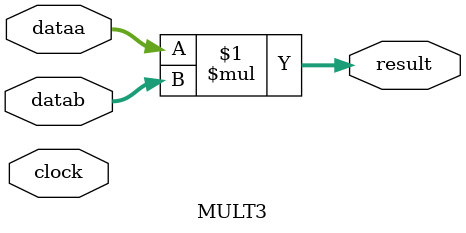
<source format=v>


module MULT3 (
	clock,
	dataa,
	datab,
	result);

	input	  clock;
	input signed	[15:0]  dataa;
	input signed	[15:0]  datab;
	output signed	[31:0]  result;


assign result = dataa * datab;

endmodule
</source>
